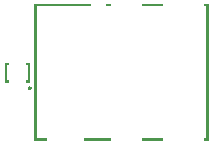
<source format=gbr>
G04*
G04 #@! TF.GenerationSoftware,Altium Limited,Altium Designer,22.4.2 (48)*
G04*
G04 Layer_Color=32768*
%FSLAX25Y25*%
%MOIN*%
G70*
G04*
G04 #@! TF.SameCoordinates,F1429C7B-AB02-4E32-93F6-432C4BA2DB55*
G04*
G04*
G04 #@! TF.FilePolarity,Positive*
G04*
G01*
G75*
%ADD12C,0.01000*%
G36*
X180512Y100787D02*
X173425D01*
Y101575D01*
X180512D01*
Y100787D01*
D02*
G37*
G36*
X163189D02*
X161614D01*
Y101575D01*
X163189D01*
Y100787D01*
D02*
G37*
G36*
X136134Y75153D02*
X134953D01*
Y75941D01*
X135346D01*
Y81059D01*
X134953D01*
Y81846D01*
X136134D01*
Y75153D01*
D02*
G37*
G36*
X129047Y81059D02*
X128654D01*
Y75941D01*
X129047D01*
Y75153D01*
X127866D01*
Y81846D01*
X129047D01*
Y81059D01*
D02*
G37*
G36*
X195669Y55905D02*
X194291D01*
Y56693D01*
X194882D01*
Y100787D01*
X194291D01*
Y101575D01*
X195669D01*
Y55905D01*
D02*
G37*
G36*
X180512D02*
X173425D01*
Y56693D01*
X180512D01*
Y55905D01*
D02*
G37*
G36*
X163189D02*
X154134D01*
Y56693D01*
X163189D01*
Y55905D01*
D02*
G37*
G36*
X156496Y100787D02*
X138386D01*
Y56693D01*
X141929D01*
Y55905D01*
X137598D01*
Y101575D01*
X156496D01*
Y100787D01*
D02*
G37*
D12*
X136434Y73382D02*
G03*
X136434Y73382I-300J0D01*
G01*
M02*

</source>
